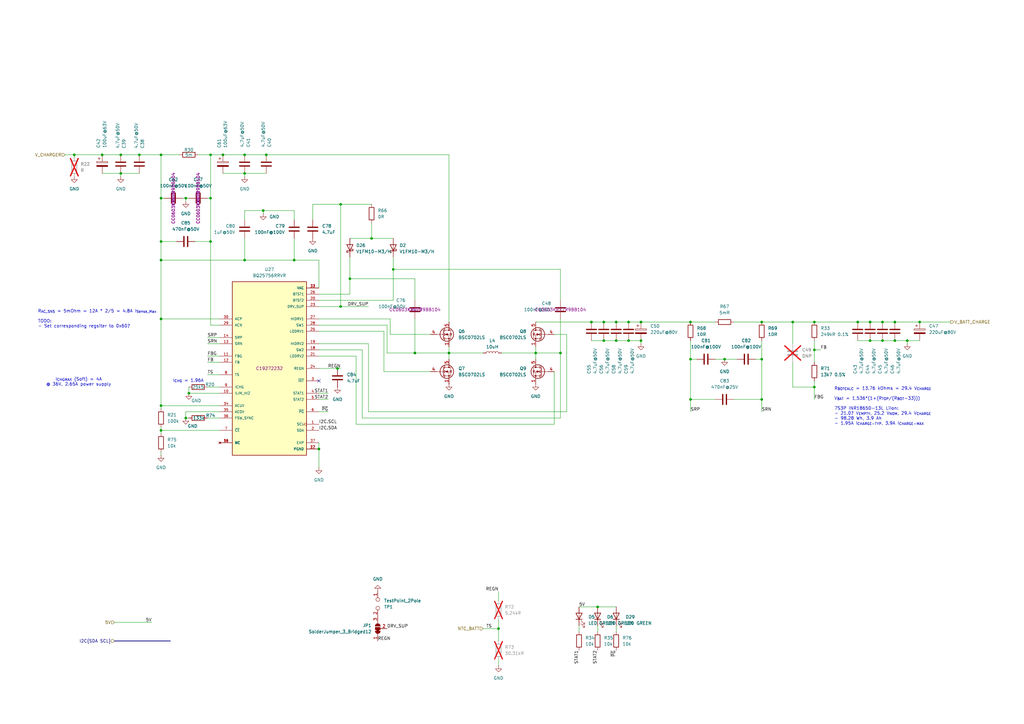
<source format=kicad_sch>
(kicad_sch (version 20250114) (generator "eeschema") (generator_version "9.0")
  (paper "A3")
  (title_block (title "OpenMower SABO Mainboard for Series I & II") (date "2025-05-22") (rev "v0.2") (company "Apeheanger <joerg@ebeling.ws> for OpenMower") (comment 1 "This design is licensed under CC BY-NC 4.0"))
  (lib_symbols
    (symbol "Connector:TestPoint_2Pole" (pin_names (offset 0.762) (hide yes))
      (property "Reference" "TP" (at 0 1.524 0))
      (property "Value" "TestPoint_2Pole" (at 0 -1.778 0))
      (symbol "TestPoint_2Pole_0_1"
        (circle (center -1.778 0) (radius 0.762))
        (circle (center 1.778 0) (radius 0.762))
        (pin passive line (at -5.08 0 0) (length 2.54) (name "1") (number "1"))
        (pin passive line (at 5.08 0 180) (length 2.54) (name "2") (number "2"))
      )
    )
    (symbol "Device:C" (pin_numbers (hide yes)) (pin_names (offset 0.254))
      (property "Reference" "C" (at 0.635 2.54 0))
      (property "Value" "C" (at 0.635 -2.54 0))
      (symbol "C_0_1"
        (polyline (pts (xy -2.032 0.762) (xy 2.032 0.762)) (stroke (width 0.508)))
        (polyline (pts (xy -2.032 -0.762) (xy 2.032 -0.762)) (stroke (width 0.508)))
      )
      (symbol "C_1_1"
        (pin passive line (at 0 3.81 270) (length 2.794) (name "~") (number "1"))
        (pin passive line (at 0 -3.81 90) (length 2.794) (name "~") (number "2"))
      )
    )
    (symbol "Device:C_Polarized" (pin_numbers (hide yes)) (pin_names (offset 0.254))
      (property "Reference" "C" (at 0.635 2.54 0))
      (property "Value" "C_Polarized" (at 0.635 -2.54 0))
      (symbol "C_Polarized_0_1"
        (rectangle (start -2.286 0.508) (end 2.286 1.016))
        (polyline (pts (xy -1.778 2.286) (xy -0.762 2.286)))
        (polyline (pts (xy -1.27 2.794) (xy -1.27 1.778)))
        (rectangle (start 2.286 -0.508) (end -2.286 -1.016) (fill (type outline)))
      )
      (symbol "C_Polarized_1_1"
        (pin passive line (at 0 3.81 270) (length 2.794) (name "~") (number "1"))
        (pin passive line (at 0 -3.81 90) (length 2.794) (name "~") (number "2"))
      )
    )
    (symbol "Device:D_Schottky" (pin_numbers (hide yes)) (pin_names (offset 1.016) (hide yes))
      (property "Reference" "D" (at 0 2.54 0))
      (property "Value" "D_Schottky" (at 0 -2.54 0))
      (symbol "D_Schottky_0_1"
        (polyline (pts (xy -1.905 0.635) (xy -1.905 1.27) (xy -1.27 1.27) (xy -1.27 -1.27) (xy -0.635 -1.27) (xy -0.635 -0.635)) (stroke (width 0.254)))
        (polyline (pts (xy 1.27 1.27) (xy 1.27 -1.27) (xy -1.27 0) (xy 1.27 1.27)) (stroke (width 0.254)))
        (polyline (pts (xy 1.27 0) (xy -1.27 0)))
      )
      (symbol "D_Schottky_1_1"
        (pin passive line (at -3.81 0 0) (length 2.54) (name "K") (number "1"))
        (pin passive line (at 3.81 0 180) (length 2.54) (name "A") (number "2"))
      )
    )
    (symbol "Device:L" (pin_numbers (hide yes)) (pin_names (offset 1.016) (hide yes))
      (property "Reference" "L" (at -1.27 0 90))
      (property "Value" "L" (at 1.905 0 90))
      (symbol "L_0_1"
        (arc (start 0 2.54) (mid 0.6323 1.905) (end 0 1.27))
        (arc (start 0 1.27) (mid 0.6323 0.635) (end 0 0))
        (arc (start 0 0) (mid 0.6323 -0.635) (end 0 -1.27))
        (arc (start 0 -1.27) (mid 0.6323 -1.905) (end 0 -2.54))
      )
      (symbol "L_1_1"
        (pin passive line (at 0 3.81 270) (length 1.27) (name "1") (number "1"))
        (pin passive line (at 0 -3.81 90) (length 1.27) (name "2") (number "2"))
      )
    )
    (symbol "Device:LED" (pin_numbers (hide yes)) (pin_names (offset 1.016) (hide yes))
      (property "Reference" "D" (at 0 2.54 0))
      (property "Value" "LED" (at 0 -2.54 0))
      (symbol "LED_0_1"
        (polyline (pts (xy -3.048 -0.762) (xy -4.572 -2.286) (xy -3.81 -2.286) (xy -4.572 -2.286) (xy -4.572 -1.524)))
        (polyline (pts (xy -1.778 -0.762) (xy -3.302 -2.286) (xy -2.54 -2.286) (xy -3.302 -2.286) (xy -3.302 -1.524)))
        (polyline (pts (xy -1.27 0) (xy 1.27 0)))
        (polyline (pts (xy -1.27 -1.27) (xy -1.27 1.27)) (stroke (width 0.254)))
        (polyline (pts (xy 1.27 -1.27) (xy 1.27 1.27) (xy -1.27 0) (xy 1.27 -1.27)) (stroke (width 0.254)))
      )
      (symbol "LED_1_1"
        (pin passive line (at -3.81 0 0) (length 2.54) (name "K") (number "1"))
        (pin passive line (at 3.81 0 180) (length 2.54) (name "A") (number "2"))
      )
    )
    (symbol "Device:R" (pin_numbers (hide yes)) (pin_names (offset 0))
      (property "Reference" "R" (at 2.032 0 90))
      (property "Value" "R" (at 0 0 90))
      (symbol "R_0_1"
        (rectangle (start -1.016 -2.54) (end 1.016 2.54) (stroke (width 0.254)))
      )
      (symbol "R_1_1"
        (pin passive line (at 0 3.81 270) (length 1.27) (name "~") (number "1"))
        (pin passive line (at 0 -3.81 90) (length 1.27) (name "~") (number "2"))
      )
    )
    (symbol "Jumper:SolderJumper_3_Bridged12" (pin_names (offset 0) (hide yes)) (exclude_from_sim yes) (in_bom no)
      (property "Reference" "JP" (at -2.54 -2.54 0))
      (property "Value" "SolderJumper_3_Bridged12" (at 0 2.794 0))
      (symbol "SolderJumper_3_Bridged12_0_1"
        (polyline (pts (xy -2.54 0) (xy -2.032 0)))
        (polyline (pts (xy -1.016 1.016) (xy -1.016 -1.016)))
        (rectangle (start -1.016 0.508) (end -0.508 -0.508) (fill (type outline)))
        (arc (start -1.016 -1.016) (mid -2.0276 0) (end -1.016 1.016))
        (arc (start -1.016 -1.016) (mid -2.0276 0) (end -1.016 1.016) (fill (type outline)))
        (rectangle (start -0.508 1.016) (end 0.508 -1.016) (fill (type outline)))
        (polyline (pts (xy 0 -1.27) (xy 0 -1.016)))
        (arc (start 1.016 1.016) (mid 2.0276 0) (end 1.016 -1.016))
        (arc (start 1.016 1.016) (mid 2.0276 0) (end 1.016 -1.016) (fill (type outline)))
        (polyline (pts (xy 1.016 1.016) (xy 1.016 -1.016)))
        (polyline (pts (xy 2.54 0) (xy 2.032 0)))
      )
      (symbol "SolderJumper_3_Bridged12_1_1"
        (pin passive line (at -5.08 0 0) (length 2.54) (name "A") (number "1"))
        (pin passive line (at 0 -3.81 90) (length 2.54) (name "C") (number "2"))
        (pin passive line (at 5.08 0 180) (length 2.54) (name "B") (number "3"))
      )
    )
    (symbol "LED_1" (pin_numbers (hide yes)) (pin_names (offset 1.016) (hide yes))
      (property "Reference" "D" (at 0 2.54 0))
      (property "Value" "LED" (at 0 -2.54 0))
      (symbol "LED_1_0_1"
        (polyline (pts (xy -3.048 -0.762) (xy -4.572 -2.286) (xy -3.81 -2.286) (xy -4.572 -2.286) (xy -4.572 -1.524)))
        (polyline (pts (xy -1.778 -0.762) (xy -3.302 -2.286) (xy -2.54 -2.286) (xy -3.302 -2.286) (xy -3.302 -1.524)))
        (polyline (pts (xy -1.27 0) (xy 1.27 0)))
        (polyline (pts (xy -1.27 -1.27) (xy -1.27 1.27)) (stroke (width 0.254)))
        (polyline (pts (xy 1.27 -1.27) (xy 1.27 1.27) (xy -1.27 0) (xy 1.27 -1.27)) (stroke (width 0.254)))
      )
      (symbol "LED_1_1_1"
        (pin passive line (at -3.81 0 0) (length 2.54) (name "K") (number "1"))
        (pin passive line (at 3.81 0 180) (length 2.54) (name "A") (number "2"))
      )
    )
    (symbol "Transistor_FET:BSC070N10NS3G" (pin_names (hide yes))
      (property "Reference" "Q" (at 5.08 1.905 0))
      (property "Value" "BSC070N10NS3G" (at 5.08 0 0))
      (symbol "BSC070N10NS3G_0_1"
        (polyline (pts (xy 0.254 1.905) (xy 0.254 -1.905)) (stroke (width 0.254)))
        (polyline (pts (xy 0.254 0) (xy -2.54 0)))
        (polyline (pts (xy 0.762 2.286) (xy 0.762 1.27)) (stroke (width 0.254)))
        (polyline (pts (xy 0.762 0.508) (xy 0.762 -0.508)) (stroke (width 0.254)))
        (polyline (pts (xy 0.762 -1.27) (xy 0.762 -2.286)) (stroke (width 0.254)))
        (polyline (pts (xy 0.762 -1.778) (xy 3.302 -1.778) (xy 3.302 1.778) (xy 0.762 1.778)))
        (polyline (pts (xy 1.016 0) (xy 2.032 0.381) (xy 2.032 -0.381) (xy 1.016 0)) (fill (type outline)))
        (circle (center 1.651 0) (radius 2.794) (stroke (width 0.254)))
        (polyline (pts (xy 2.54 2.54) (xy 2.54 1.778)))
        (circle (center 2.54 1.778) (radius 0.254) (fill (type outline)))
        (circle (center 2.54 -1.778) (radius 0.254) (fill (type outline)))
        (polyline (pts (xy 2.54 -2.54) (xy 2.54 0) (xy 0.762 0)))
        (polyline (pts (xy 2.794 0.508) (xy 2.921 0.381) (xy 3.683 0.381) (xy 3.81 0.254)))
        (polyline (pts (xy 3.302 0.381) (xy 2.921 -0.254) (xy 3.683 -0.254) (xy 3.302 0.381)))
      )
      (symbol "BSC070N10NS3G_1_1"
        (pin passive line (at -5.08 0 0) (length 2.54) (name "G") (number "4"))
        (pin passive line (at 2.54 5.08 270) (length 2.54) (name "D") (number "5"))
        (pin passive line (at 2.54 -5.08 90) (length 2.54) (name "S") (number "1"))
        (pin passive line (at 2.54 -5.08 90) (length 2.54) (hide yes) (name "S") (number "2"))
        (pin passive line (at 2.54 -5.08 90) (length 2.54) (hide yes) (name "S") (number "3"))
      )
    )
    (symbol "local_CHARGER:BQ25756RRVR" (pin_names (offset 1.016))
      (property "Reference" "U" (at -15.24 36.322 0))
      (property "Value" "BQ25756RRVR" (at -15.24 -38.1 0))
      (symbol "BQ25756RRVR_0_0"
        (rectangle (start -15.24 -35.56) (end 15.24 35.56) (stroke (width 0.254)) (fill (type background)))
        (pin input line (at -20.32 20.32 0) (length 5.08) (name "ACP") (number "30"))
        (pin input line (at -20.32 17.78 0) (length 5.08) (name "ACN") (number "29"))
        (pin input line (at -20.32 12.7 0) (length 5.08) (name "SRP") (number "14"))
        (pin input line (at -20.32 10.16 0) (length 5.08) (name "SRN") (number "13"))
        (pin input line (at -20.32 5.08 0) (length 5.08) (name "FBG") (number "11"))
        (pin input line (at -20.32 2.54 0) (length 5.08) (name "FB") (number "12"))
        (pin input line (at -20.32 -2.54 0) (length 5.08) (name "TS") (number "8"))
        (pin input line (at -20.32 -7.62 0) (length 5.08) (name "ICHG") (number "9"))
        (pin input line (at -20.32 -10.16 0) (length 5.08) (name "ILIM_HIZ") (number "10"))
        (pin input line (at -20.32 -15.24 0) (length 5.08) (name "ACUV") (number "34"))
        (pin input line (at -20.32 -17.78 0) (length 5.08) (name "ACOV") (number "35"))
        (pin input line (at -20.32 -20.32 0) (length 5.08) (name "FSW_SYNC") (number "36"))
        (pin bidirectional line (at -20.32 -25.4 0) (length 5.08) (name "~{CE}") (number "7"))
        (pin no_connect line (at -20.32 -30.48 0) (length 5.08) (name "NC") (number "15"))
        (pin no_connect line (at -20.32 -30.48 0) (length 5.08) (name "NC") (number "16"))
        (pin no_connect line (at -20.32 -30.48 0) (length 5.08) (name "NC") (number "31"))
        (pin power_in line (at 20.32 33.02 180) (length 5.08) (name "VAC") (number "32"))
        (pin power_in line (at 20.32 33.02 180) (length 5.08) (name "VAC") (number "33"))
        (pin power_in line (at 20.32 30.48 180) (length 5.08) (name "BTST1") (number "26"))
        (pin power_in line (at 20.32 27.94 180) (length 5.08) (name "BTST2") (number "20"))
        (pin power_in line (at 20.32 25.4 180) (length 5.08) (name "DRV_SUP") (number "23"))
        (pin output line (at 20.32 20.32 180) (length 5.08) (name "HIDRV1") (number "27"))
        (pin output line (at 20.32 17.78 180) (length 5.08) (name "SW1") (number "28"))
        (pin output line (at 20.32 15.24 180) (length 5.08) (name "LODRV1") (number "25"))
        (pin output line (at 20.32 10.16 180) (length 5.08) (name "HIDRV2") (number "19"))
        (pin output line (at 20.32 7.62 180) (length 5.08) (name "SW2") (number "18"))
        (pin output line (at 20.32 5.08 180) (length 5.08) (name "LODRV2") (number "21"))
        (pin output line (at 20.32 0 180) (length 5.08) (name "REGN") (number "24"))
        (pin output line (at 20.32 -5.08 180) (length 5.08) (name "~{INT}") (number "3"))
        (pin output line (at 20.32 -10.16 180) (length 5.08) (name "STAT1") (number "4"))
        (pin output line (at 20.32 -12.7 180) (length 5.08) (name "STAT2") (number "5"))
        (pin output line (at 20.32 -17.78 180) (length 5.08) (name "~{PG}") (number "6"))
        (pin input clock (at 20.32 -22.86 180) (length 5.08) (name "SCL") (number "1"))
        (pin bidirectional line (at 20.32 -25.4 180) (length 5.08) (name "SDA") (number "2"))
        (pin power_in line (at 20.32 -30.48 180) (length 5.08) (name "EXP") (number "37"))
        (pin power_in line (at 20.32 -33.02 180) (length 5.08) (name "PGND") (number "17"))
        (pin power_in line (at 20.32 -33.02 180) (length 5.08) (name "PGND") (number "22"))
      )
    )
    (symbol "power:GND" (power) (pin_numbers (hide yes)) (pin_names (offset 0) (hide yes))
      (property "Value" "GND" (at 0 -3.81 0))
      (symbol "GND_0_1"
        (polyline (pts (xy 0 0) (xy 0 -1.27) (xy 1.27 -1.27) (xy 0 -2.54) (xy -1.27 -1.27) (xy 0 -1.27)))
      )
      (symbol "GND_1_1"
        (pin power_in line (at 0 0 270) (length 0) (name "~") (number "1"))
      )
    )
  )
  (text "I_{CHG}_{MAX} (Soft) = 4A\n@ 36V, 2.65A power supply" (at 32.258 156.718 0) (effects (font (size 1.27 1.27))))
  (text "I_{CHG} = 1.96A" (at 77.216 156.21 0) (effects (font (size 1.27 1.27))))
  (text "R_{BOTCALC} = 13.76 kOhms = 29.4 V_{CHARGE}\n\nV_{BAT} = 1,536*(1+(R_{TOP}/(R_{BOT}-33)))\n\n7S3P INR18650-13L LiIon:\n- 21.0? V_{EMPTY}, 25.2 V_{NOM}, 29.4 V_{CHARGE}\n- 98.28 Wh, 3.9 Ah\n- 1.95A I_{CHARGE-TYP}, 3.9A I_{CHARGE-MAX}" (at 342.138 166.624 0) (effects (font (size 1.27 1.27)) (justify left)))
  (text "R_{AC_SNS} = 5mOhm = 12A * 2/5 = 4.8A I_{Sense_Max}\n\nTODO:\n- Set corresponding regsiter to 0x60?" (at 15.494 130.81 0) (effects (font (size 1.27 1.27)) (justify left)))
  (junction (at 257.81 139.7))
  (junction (at 356.87 132.08))
  (junction (at 77.47 161.29))
  (junction (at 109.22 63.5))
  (junction (at 86.36 63.5))
  (junction (at 247.65 132.08))
  (junction (at 100.33 63.5))
  (junction (at 361.95 132.08))
  (junction (at 283.21 132.08))
  (junction (at 152.4 97.79))
  (junction (at 49.53 71.12))
  (junction (at 247.65 139.7))
  (junction (at 107.95 86.36))
  (junction (at 161.29 110.49))
  (junction (at 138.43 151.13))
  (junction (at 204.47 257.81))
  (junction (at 139.7 125.73))
  (junction (at 297.18 147.32))
  (junction (at 351.79 132.08))
  (junction (at 120.65 106.68))
  (junction (at 361.95 139.7))
  (junction (at 66.04 130.81))
  (junction (at 49.53 63.5))
  (junction (at 66.04 106.68))
  (junction (at 86.36 99.06))
  (junction (at 252.73 132.08))
  (junction (at 257.81 132.08))
  (junction (at 334.01 143.51))
  (junction (at 245.11 248.92))
  (junction (at 91.44 63.5))
  (junction (at 130.81 184.15))
  (junction (at 367.03 132.08))
  (junction (at 100.33 71.12))
  (junction (at 334.01 132.08))
  (junction (at 30.48 63.5))
  (junction (at 312.42 147.32))
  (junction (at 143.51 114.3))
  (junction (at 41.91 63.5))
  (junction (at 76.2 81.28))
  (junction (at 252.73 139.7))
  (junction (at 372.11 139.7))
  (junction (at 66.04 63.5))
  (junction (at 170.18 144.78))
  (junction (at 356.87 139.7))
  (junction (at 377.19 132.08))
  (junction (at 229.87 144.78))
  (junction (at 312.42 163.83))
  (junction (at 66.04 81.28))
  (junction (at 184.15 144.78))
  (junction (at 334.01 158.75))
  (junction (at 312.42 132.08))
  (junction (at 219.71 144.78))
  (junction (at 262.89 139.7))
  (junction (at 100.33 106.68))
  (junction (at 325.12 132.08))
  (junction (at 76.2 171.45))
  (junction (at 139.7 83.82))
  (junction (at 66.04 166.37))
  (junction (at 57.15 63.5))
  (junction (at 283.21 163.83))
  (junction (at 242.57 132.08))
  (junction (at 262.89 132.08))
  (junction (at 86.36 81.28))
  (junction (at 66.04 176.53))
  (junction (at 66.04 99.06))
  (junction (at 283.21 147.32))
  (junction (at 367.03 139.7))
  (no_connect (at 130.81 156.21))
  (wire (pts (xy 334.01 143.51) (xy 334.01 148.59)))
  (wire (pts (xy 242.57 132.08) (xy 247.65 132.08)))
  (wire (pts (xy 312.42 147.32) (xy 312.42 139.7)))
  (wire (pts (xy 91.44 63.5) (xy 100.33 63.5)))
  (wire (pts (xy 30.48 63.5) (xy 30.48 64.77)))
  (wire (pts (xy 232.41 168.91) (xy 232.41 137.16)))
  (wire (pts (xy 130.81 168.91) (xy 134.62 168.91)))
  (wire (pts (xy 143.51 97.79) (xy 152.4 97.79)))
  (wire (pts (xy 229.87 171.45) (xy 229.87 144.78)))
  (wire (pts (xy 130.81 106.68) (xy 130.81 118.11)))
  (wire (pts (xy 107.95 86.36) (xy 120.65 86.36)))
  (wire (pts (xy 356.87 139.7) (xy 361.95 139.7)))
  (wire (pts (xy 66.04 81.28) (xy 66.04 99.06)))
  (wire (pts (xy 66.04 99.06) (xy 72.39 99.06)))
  (wire (pts (xy 300.99 163.83) (xy 312.42 163.83)))
  (wire (pts (xy 227.33 152.4) (xy 227.33 173.99)))
  (wire (pts (xy 252.73 132.08) (xy 257.81 132.08)))
  (wire (pts (xy 146.05 146.05) (xy 130.81 146.05)))
  (wire (pts (xy 204.47 257.81) (xy 204.47 262.89)))
  (wire (pts (xy 229.87 144.78) (xy 219.71 144.78)))
  (wire (pts (xy 100.33 72.39) (xy 100.33 71.12)))
  (wire (pts (xy 66.04 176.53) (xy 90.17 176.53)))
  (wire (pts (xy 325.12 132.08) (xy 325.12 140.97)))
  (wire (pts (xy 107.95 86.36) (xy 107.95 87.63)))
  (wire (pts (xy 85.09 153.67) (xy 90.17 153.67)))
  (wire (pts (xy 66.04 63.5) (xy 73.66 63.5)))
  (wire (pts (xy 80.01 99.06) (xy 86.36 99.06)))
  (wire (pts (xy 26.67 63.5) (xy 30.48 63.5)))
  (wire (pts (xy 372.11 139.7) (xy 377.19 139.7)))
  (wire (pts (xy 49.53 71.12) (xy 57.15 71.12)))
  (wire (pts (xy 76.2 168.91) (xy 76.2 171.45)))
  (wire (pts (xy 130.81 130.81) (xy 160.02 130.81)))
  (bus (pts (xy 46.99 262.89) (xy 69.85 262.89)))
  (wire (pts (xy 100.33 86.36) (xy 107.95 86.36)))
  (wire (pts (xy 229.87 123.19) (xy 229.87 110.49)))
  (wire (pts (xy 184.15 144.78) (xy 184.15 147.32)))
  (wire (pts (xy 237.49 256.54) (xy 237.49 259.08)))
  (wire (pts (xy 293.37 163.83) (xy 283.21 163.83)))
  (wire (pts (xy 170.18 114.3) (xy 143.51 114.3)))
  (wire (pts (xy 157.48 135.89) (xy 157.48 152.4)))
  (wire (pts (xy 205.74 144.78) (xy 219.71 144.78)))
  (wire (pts (xy 204.47 242.57) (xy 204.47 246.38)))
  (wire (pts (xy 334.01 156.21) (xy 334.01 158.75)))
  (wire (pts (xy 170.18 144.78) (xy 184.15 144.78)))
  (wire (pts (xy 283.21 163.83) (xy 283.21 147.32)))
  (wire (pts (xy 130.81 133.35) (xy 158.75 133.35)))
  (wire (pts (xy 130.81 163.83) (xy 134.62 163.83)))
  (wire (pts (xy 336.55 143.51) (xy 334.01 143.51)))
  (wire (pts (xy 157.48 152.4) (xy 176.53 152.4)))
  (wire (pts (xy 229.87 110.49) (xy 161.29 110.49)))
  (wire (pts (xy 85.09 140.97) (xy 90.17 140.97)))
  (wire (pts (xy 130.81 161.29) (xy 134.62 161.29)))
  (wire (pts (xy 334.01 139.7) (xy 334.01 143.51)))
  (wire (pts (xy 86.36 133.35) (xy 86.36 99.06)))
  (wire (pts (xy 198.12 257.81) (xy 204.47 257.81)))
  (wire (pts (xy 74.93 81.28) (xy 76.2 81.28)))
  (wire (pts (xy 91.44 71.12) (xy 100.33 71.12)))
  (wire (pts (xy 300.99 132.08) (xy 312.42 132.08)))
  (wire (pts (xy 351.79 139.7) (xy 356.87 139.7)))
  (wire (pts (xy 86.36 63.5) (xy 91.44 63.5)))
  (wire (pts (xy 100.33 106.68) (xy 120.65 106.68)))
  (wire (pts (xy 66.04 106.68) (xy 66.04 130.81)))
  (wire (pts (xy 158.75 133.35) (xy 158.75 144.78)))
  (wire (pts (xy 204.47 273.05) (xy 204.47 270.51)))
  (wire (pts (xy 158.75 144.78) (xy 170.18 144.78)))
  (wire (pts (xy 76.2 171.45) (xy 77.47 171.45)))
  (wire (pts (xy 62.23 255.27) (xy 46.99 255.27)))
  (wire (pts (xy 86.36 99.06) (xy 86.36 81.28)))
  (wire (pts (xy 128.27 83.82) (xy 139.7 83.82)))
  (wire (pts (xy 245.11 256.54) (xy 245.11 259.08)))
  (wire (pts (xy 367.03 132.08) (xy 377.19 132.08)))
  (wire (pts (xy 100.33 63.5) (xy 109.22 63.5)))
  (wire (pts (xy 66.04 81.28) (xy 67.31 81.28)))
  (wire (pts (xy 100.33 97.79) (xy 100.33 106.68)))
  (wire (pts (xy 139.7 125.73) (xy 151.13 125.73)))
  (wire (pts (xy 130.81 143.51) (xy 148.59 143.51)))
  (wire (pts (xy 219.71 132.08) (xy 242.57 132.08)))
  (wire (pts (xy 66.04 99.06) (xy 66.04 106.68)))
  (wire (pts (xy 120.65 86.36) (xy 120.65 90.17)))
  (wire (pts (xy 130.81 184.15) (xy 130.81 191.77)))
  (wire (pts (xy 152.4 91.44) (xy 152.4 97.79)))
  (wire (pts (xy 143.51 120.65) (xy 130.81 120.65)))
  (wire (pts (xy 257.81 139.7) (xy 262.89 139.7)))
  (wire (pts (xy 128.27 90.17) (xy 128.27 83.82)))
  (wire (pts (xy 66.04 63.5) (xy 66.04 81.28)))
  (wire (pts (xy 237.49 248.92) (xy 245.11 248.92)))
  (wire (pts (xy 90.17 133.35) (xy 86.36 133.35)))
  (wire (pts (xy 139.7 125.73) (xy 139.7 83.82)))
  (wire (pts (xy 143.51 114.3) (xy 143.51 120.65)))
  (wire (pts (xy 227.33 173.99) (xy 146.05 173.99)))
  (wire (pts (xy 143.51 105.41) (xy 143.51 114.3)))
  (wire (pts (xy 66.04 167.64) (xy 66.04 166.37)))
  (wire (pts (xy 252.73 139.7) (xy 257.81 139.7)))
  (wire (pts (xy 85.09 146.05) (xy 90.17 146.05)))
  (wire (pts (xy 247.65 139.7) (xy 252.73 139.7)))
  (wire (pts (xy 85.09 81.28) (xy 86.36 81.28)))
  (wire (pts (xy 283.21 132.08) (xy 293.37 132.08)))
  (wire (pts (xy 66.04 130.81) (xy 90.17 130.81)))
  (wire (pts (xy 257.81 132.08) (xy 262.89 132.08)))
  (wire (pts (xy 312.42 132.08) (xy 325.12 132.08)))
  (wire (pts (xy 325.12 132.08) (xy 334.01 132.08)))
  (wire (pts (xy 252.73 256.54) (xy 252.73 259.08)))
  (wire (pts (xy 312.42 163.83) (xy 312.42 168.91)))
  (wire (pts (xy 77.47 161.29) (xy 90.17 161.29)))
  (wire (pts (xy 100.33 71.12) (xy 109.22 71.12)))
  (wire (pts (xy 361.95 139.7) (xy 367.03 139.7)))
  (wire (pts (xy 219.71 142.24) (xy 219.71 144.78)))
  (wire (pts (xy 109.22 63.5) (xy 184.15 63.5)))
  (wire (pts (xy 160.02 137.16) (xy 176.53 137.16)))
  (wire (pts (xy 262.89 139.7) (xy 262.89 140.97)))
  (wire (pts (xy 120.65 106.68) (xy 120.65 97.79)))
  (wire (pts (xy 219.71 144.78) (xy 219.71 147.32)))
  (wire (pts (xy 130.81 106.68) (xy 120.65 106.68)))
  (wire (pts (xy 309.88 147.32) (xy 312.42 147.32)))
  (wire (pts (xy 30.48 63.5) (xy 41.91 63.5)))
  (wire (pts (xy 325.12 158.75) (xy 334.01 158.75)))
  (wire (pts (xy 138.43 151.13) (xy 139.7 151.13)))
  (wire (pts (xy 377.19 132.08) (xy 389.89 132.08)))
  (wire (pts (xy 170.18 130.81) (xy 170.18 144.78)))
  (wire (pts (xy 49.53 63.5) (xy 57.15 63.5)))
  (wire (pts (xy 161.29 110.49) (xy 161.29 105.41)))
  (wire (pts (xy 76.2 81.28) (xy 76.2 82.55)))
  (wire (pts (xy 41.91 71.12) (xy 49.53 71.12)))
  (wire (pts (xy 184.15 132.08) (xy 184.15 63.5)))
  (wire (pts (xy 86.36 81.28) (xy 86.36 63.5)))
  (wire (pts (xy 325.12 148.59) (xy 325.12 158.75)))
  (wire (pts (xy 356.87 132.08) (xy 361.95 132.08)))
  (wire (pts (xy 130.81 181.61) (xy 130.81 184.15)))
  (wire (pts (xy 57.15 63.5) (xy 66.04 63.5)))
  (wire (pts (xy 130.81 140.97) (xy 151.13 140.97)))
  (wire (pts (xy 170.18 123.19) (xy 170.18 114.3)))
  (wire (pts (xy 151.13 140.97) (xy 151.13 168.91)))
  (wire (pts (xy 247.65 132.08) (xy 252.73 132.08)))
  (wire (pts (xy 130.81 123.19) (xy 161.29 123.19)))
  (wire (pts (xy 66.04 175.26) (xy 66.04 176.53)))
  (wire (pts (xy 245.11 248.92) (xy 252.73 248.92)))
  (wire (pts (xy 184.15 144.78) (xy 198.12 144.78)))
  (wire (pts (xy 184.15 142.24) (xy 184.15 144.78)))
  (wire (pts (xy 66.04 166.37) (xy 90.17 166.37)))
  (wire (pts (xy 160.02 130.81) (xy 160.02 137.16)))
  (wire (pts (xy 367.03 139.7) (xy 372.11 139.7)))
  (wire (pts (xy 130.81 125.73) (xy 139.7 125.73)))
  (wire (pts (xy 361.95 132.08) (xy 367.03 132.08)))
  (wire (pts (xy 90.17 168.91) (xy 76.2 168.91)))
  (wire (pts (xy 66.04 106.68) (xy 100.33 106.68)))
  (wire (pts (xy 66.04 130.81) (xy 66.04 166.37)))
  (wire (pts (xy 242.57 139.7) (xy 247.65 139.7)))
  (wire (pts (xy 85.09 171.45) (xy 90.17 171.45)))
  (wire (pts (xy 161.29 123.19) (xy 161.29 110.49)))
  (wire (pts (xy 130.81 135.89) (xy 157.48 135.89)))
  (wire (pts (xy 204.47 254) (xy 204.47 257.81)))
  (wire (pts (xy 148.59 143.51) (xy 148.59 171.45)))
  (wire (pts (xy 152.4 97.79) (xy 161.29 97.79)))
  (wire (pts (xy 148.59 171.45) (xy 229.87 171.45)))
  (wire (pts (xy 151.13 168.91) (xy 232.41 168.91)))
  (wire (pts (xy 66.04 176.53) (xy 66.04 177.8)))
  (wire (pts (xy 334.01 132.08) (xy 351.79 132.08)))
  (wire (pts (xy 41.91 63.5) (xy 49.53 63.5)))
  (wire (pts (xy 85.09 158.75) (xy 90.17 158.75)))
  (wire (pts (xy 297.18 147.32) (xy 293.37 147.32)))
  (wire (pts (xy 85.09 138.43) (xy 90.17 138.43)))
  (wire (pts (xy 85.09 148.59) (xy 90.17 148.59)))
  (wire (pts (xy 130.81 151.13) (xy 138.43 151.13)))
  (wire (pts (xy 312.42 163.83) (xy 312.42 147.32)))
  (wire (pts (xy 334.01 158.75) (xy 334.01 163.83)))
  (wire (pts (xy 232.41 137.16) (xy 227.33 137.16)))
  (wire (pts (xy 372.11 139.7) (xy 372.11 140.97)))
  (wire (pts (xy 77.47 161.29) (xy 77.47 158.75)))
  (wire (pts (xy 139.7 83.82) (xy 152.4 83.82)))
  (wire (pts (xy 146.05 173.99) (xy 146.05 146.05)))
  (wire (pts (xy 76.2 81.28) (xy 77.47 81.28)))
  (wire (pts (xy 66.04 185.42) (xy 66.04 186.69)))
  (wire (pts (xy 262.89 132.08) (xy 283.21 132.08)))
  (wire (pts (xy 81.28 63.5) (xy 86.36 63.5)))
  (wire (pts (xy 285.75 147.32) (xy 283.21 147.32)))
  (wire (pts (xy 229.87 130.81) (xy 229.87 144.78)))
  (wire (pts (xy 100.33 90.17) (xy 100.33 86.36)))
  (wire (pts (xy 302.26 147.32) (xy 297.18 147.32)))
  (wire (pts (xy 351.79 132.08) (xy 356.87 132.08)))
  (wire (pts (xy 283.21 163.83) (xy 283.21 168.91)))
  (wire (pts (xy 49.53 71.12) (xy 49.53 72.39)))
  (wire (pts (xy 283.21 147.32) (xy 283.21 139.7)))
  (label "TS" (at 85.09 153.67 0))
  (label "REGN" (at 154.94 262.89 0))
  (label "SRP" (at 85.09 138.43 0))
  (label "STAT1" (at 134.62 161.29 180))
  (label "5V" (at 62.23 255.27 180))
  (label "REGN" (at 139.7 151.13 180))
  (label "FB" (at 85.09 148.59 0))
  (label "SRP" (at 283.21 168.91 0))
  (label "DRV_SUP" (at 151.13 125.73 180))
  (label "TS" (at 199.39 257.81 0))
  (label "5V" (at 237.49 248.92 0))
  (label "I2C.SDA" (at 130.81 176.53 0))
  (label "SRN" (at 85.09 140.97 0))
  (label "STAT2" (at 134.62 163.83 180))
  (label "~{PG}" (at 252.73 266.7 270))
  (label "STAT2" (at 245.11 266.7 270))
  (label "~{PG}" (at 134.62 168.91 180))
  (label "FB" (at 336.55 143.51 0))
  (label "STAT1" (at 237.49 266.7 270))
  (label "I2C.SCL" (at 130.81 173.99 0))
  (label "DRV_SUP" (at 158.75 257.81 0))
  (label "FBG" (at 334.01 163.83 0))
  (label "REGN" (at 204.47 242.57 180))
  (label "FBG" (at 85.09 146.05 0))
  (label "SRN" (at 312.42 168.91 0))
  (hierarchical_label "5V" (shape input) (at 46.99 255.27 180))
  (hierarchical_label "V_BATT_CHARGE" (shape output) (at 389.89 132.08 0))
  (hierarchical_label "NTC_BATT" (shape input) (at 198.12 257.81 180))
  (hierarchical_label "I2C{SDA SCL}" (shape input) (at 46.99 262.89 180))
  (hierarchical_label "V_CHARGER" (shape input) (at 26.67 63.5 180))
  (symbol (lib_id "local_CHARGER:BQ25756RRVR") (at 110.49 151.13 0) (unit 1)
    (property "Reference" "U27" (at 110.49 110.49 0))
    (property "Value" "BQ25756RRVR" (at 110.49 113.03 0))
    (property "Footprint" "local_CHARGER:BQ25756RRVR" (effects (hide yes)))
    (property "Datasheet" "https://www.ti.com/lit/ds/symlink/bq25756.pdf" (effects (hide yes)))
    (property "MF" "Texas Instruments" (effects (hide yes)))
    (property "MP" "BQ25756RRVR" (effects (hide yes)))
    (property "FT Rotation Offset" "-90" (effects (hide yes)))
    (property "LCSC Part #" "C19272232" (at 110.49 151.13 0))
  )
  (symbol (lib_id "Device:C") (at 289.56 147.32 270) (mirror x) (unit 1)
    (property "Reference" "C81" (at 289.56 139.7 90))
    (property "Value" "100nF@100V" (at 289.56 142.24 90))
    (property "Footprint" "Capacitor_SMD:C_0805_2012Metric" (effects (hide yes)))
    (property "Description" "Unpolarized capacitor" (effects (hide yes)))
    (property "JLC" "C28233" (effects (hide yes)))
  )
  (symbol (lib_id "Device:C") (at 297.18 163.83 90) (unit 1)
    (property "Reference" "C83" (at 297.18 156.21 90))
    (property "Value" "470nF@25V" (at 297.18 158.75 90))
    (property "Footprint" "Capacitor_SMD:C_0603_1608Metric" (effects (hide yes)))
    (property "Description" "Unpolarized capacitor" (effects (hide yes)))
    (property "JLC" "C1623" (effects (hide yes)))
  )
  (symbol (lib_id "Device:C") (at 356.87 135.89 0) (unit 1)
    (property "Reference" "C44" (at 355.854 153.416 90) (effects (justify left)))
    (property "Value" "4.7uF@50V" (at 358.394 153.416 90) (effects (justify left)))
    (property "Footprint" "Capacitor_SMD:C_1206_3216Metric" (effects (hide yes)))
    (property "Description" "Unpolarized capacitor" (effects (hide yes)))
    (property "JLC" "C29823" (effects (hide yes)))
  )
  (symbol (lib_id "Device:C") (at 306.07 147.32 270) (mirror x) (unit 1)
    (property "Reference" "C82" (at 306.07 139.7 90))
    (property "Value" "100nF@100V" (at 306.07 142.24 90))
    (property "Footprint" "Capacitor_SMD:C_0805_2012Metric" (effects (hide yes)))
    (property "Description" "Unpolarized capacitor" (effects (hide yes)))
    (property "JLC" "C28233" (effects (hide yes)))
  )
  (symbol (lib_id "Device:LED") (at 245.11 252.73 90) (unit 1)
    (property "Reference" "D6" (at 248.92 253.0474 90) (effects (justify right)))
    (property "Value" "LED GREEN" (at 248.92 255.5874 90) (effects (justify right)))
    (property "Footprint" "LED_SMD:LED_0805_2012Metric" (effects (hide yes)))
    (property "Description" "Light emitting diode" (effects (hide yes)))
    (property "JLC" "C2297" (effects (hide yes)))
    (property "Sim.Pins" "1=K 2=A" (effects (hide yes)))
  )
  (symbol (lib_name "LED_1") (lib_id "Device:LED") (at 252.73 252.73 90) (unit 1)
    (property "Reference" "D29" (at 256.54 253.0474 90) (effects (justify right)))
    (property "Value" "LED GREEN" (at 256.54 255.5874 90) (effects (justify right)))
    (property "Footprint" "LED_SMD:LED_0805_2012Metric" (effects (hide yes)))
    (property "Description" "Light emitting diode" (effects (hide yes)))
    (property "JLC" "C2297" (effects (hide yes)))
    (property "Sim.Pins" "1=K 2=A" (effects (hide yes)))
  )
  (symbol (lib_id "Device:C_Polarized") (at 262.89 135.89 0) (unit 1)
    (property "Reference" "C50" (at 266.7 133.7309 0) (effects (justify left)))
    (property "Value" "220uF@80V" (at 266.7 136.2709 0) (effects (justify left)))
    (property "Footprint" "Capacitor_THT:CP_Radial_D10.0mm_P5.00mm" (effects (hide yes)))
    (property "Description" "220uF 80V Plugin,D10xL16mm  Aluminum Electrolytic Capacitors - Leaded ROHS" (effects (hide yes)))
    (property "JLC" "C2937593 " (effects (hide yes)))
  )
  (symbol (lib_id "Device:R") (at 334.01 152.4 0) (unit 1)
    (property "Reference" "R71" (at 336.55 151.1299 0) (effects (justify left)))
    (property "Value" "13k7 0.5%" (at 336.55 153.6699 0) (effects (justify left)))
    (property "Footprint" "Resistor_SMD:R_0603_1608Metric" (effects (hide yes)))
    (property "Description" "100mW Thick Film Resistors 75V ±100ppm/℃ ±0.5% 13.7kΩ 0603 Chip Resistor" (effects (hide yes)))
    (property "PN" "0603WAD1372T5E" (effects (hide yes)))
    (property "JLC" "C407628" (effects (hide yes)))
  )
  (symbol (lib_id "power:GND") (at 76.2 171.45 0) (unit 1)
    (property "Reference" "#PWR0166" (effects (hide yes)))
    (property "Value" "GND" (at 78.994 174.752 0))
    (property "Description" "Power symbol creates a global label with name \"GND\" , ground" (effects (hide yes)))
  )
  (symbol (lib_id "power:GND") (at 204.47 273.05 0) (unit 1)
    (property "Reference" "#PWR0165" (effects (hide yes)))
    (property "Value" "GND" (at 204.47 278.13 0))
    (property "Description" "Power symbol creates a global label with name \"GND\" , ground" (effects (hide yes)))
  )
  (symbol (lib_id "Device:R") (at 252.73 262.89 0) (unit 1)
    (property "Reference" "R76" (at 255.27 261.6199 0) (effects (justify left)))
    (property "Value" "10k" (at 255.27 264.1599 0) (effects (justify left)))
    (property "Footprint" "Resistor_SMD:R_0402_1005Metric" (effects (hide yes)))
    (property "Description" "62.5mW Thick Film Resistors 50V ±100ppm/℃ ±1% 10kΩ 0402 Chip Resistor" (effects (hide yes)))
    (property "JLC" "C25744" (effects (hide yes)))
  )
  (symbol (lib_id "Device:C") (at 71.12 81.28 270) (mirror x) (unit 1)
    (property "Reference" "C62" (at 71.12 73.66 90))
    (property "Value" "100nF@50V" (at 71.12 76.2 90))
    (property "Footprint" "Capacitor_SMD:C_0603_1608Metric" (effects (hide yes)))
    (property "Description" "50V 100nF X7R ±10% 0603 Multilayer Ceramic Capacitors MLCC - SMD/SMT ROHS" (effects (hide yes)))
    (property "LCSC Part #" "C14663" (effects (hide yes)))
    (property "MPN" "CC0603KRX7R9BB104" (at 71.12 81.28 0))
    (property "Manufacturer" "YAGEO" (at 71.12 81.28 0))
  )
  (symbol (lib_id "power:GND") (at 66.04 186.69 0) (unit 1)
    (property "Reference" "#PWR0167" (effects (hide yes)))
    (property "Value" "GND" (at 66.04 191.77 0))
    (property "Description" "Power symbol creates a global label with name \"GND\" , ground" (effects (hide yes)))
  )
  (symbol (lib_id "Device:LED") (at 237.49 252.73 90) (unit 1)
    (property "Reference" "D5" (at 241.3 253.0474 90) (effects (justify right)))
    (property "Value" "LED GREEN" (at 241.3 255.5874 90) (effects (justify right)))
    (property "Footprint" "LED_SMD:LED_0805_2012Metric" (effects (hide yes)))
    (property "Description" "Light emitting diode" (effects (hide yes)))
    (property "JLC" "C2297" (effects (hide yes)))
    (property "Sim.Pins" "1=K 2=A" (effects (hide yes)))
  )
  (symbol (lib_id "power:GND") (at 100.33 72.39 0) (unit 1)
    (property "Reference" "#PWR01" (effects (hide yes)))
    (property "Value" "GND" (at 100.33 77.47 0))
    (property "Description" "Power symbol creates a global label with name \"GND\" , ground" (effects (hide yes)))
  )
  (symbol (lib_id "power:GND") (at 128.27 97.79 0) (unit 1)
    (property "Reference" "#PWR0158" (effects (hide yes)))
    (property "Value" "GND" (at 128.27 102.87 0))
    (property "Description" "Power symbol creates a global label with name \"GND\" , ground" (effects (hide yes)))
  )
  (symbol (lib_id "Device:R") (at 312.42 135.89 0) (unit 1)
    (property "Reference" "R69" (at 314.96 134.6199 0) (effects (justify left)))
    (property "Value" "10R" (at 314.96 137.1599 0) (effects (justify left)))
    (property "Footprint" "Resistor_SMD:R_0402_1005Metric" (effects (hide yes)))
    (property "Description" "Resistor" (effects (hide yes)))
    (property "JLC" "C25077" (effects (hide yes)))
  )
  (symbol (lib_id "Transistor_FET:BSC070N10NS3G") (at 181.61 152.4 0) (unit 1)
    (property "Reference" "Q7" (at 187.96 151.1299 0) (effects (justify left)))
    (property "Value" "BSC0702LS" (at 187.96 153.6699 0) (effects (justify left)))
    (property "Footprint" "Package_TO_SOT_SMD:TDSON-8-1" (effects (hide yes)))
    (property "JLC" "C501503" (effects (hide yes)))
  )
  (symbol (lib_id "power:GND") (at 77.47 161.29 0) (unit 1)
    (property "Reference" "#PWR053" (effects (hide yes)))
    (property "Value" "GND" (at 82.55 164.338 0) (effects (justify right)))
    (property "Description" "Power symbol creates a global label with name \"GND\" , ground" (effects (hide yes)))
  )
  (symbol (lib_id "Device:C") (at 229.87 127 0) (mirror x) (unit 1)
    (property "Reference" "C48" (at 226.06 124.4599 0) (effects (justify right)))
    (property "Value" "100nF@50V" (at 226.06 126.9999 0) (effects (justify right)))
    (property "Footprint" "Capacitor_SMD:C_0603_1608Metric" (effects (hide yes)))
    (property "Description" "50V 100nF X7R ±10% 0603 Multilayer Ceramic Capacitors MLCC - SMD/SMT ROHS" (effects (hide yes)))
    (property "Manufacturer" "YAGEO" (effects (hide yes)))
    (property "LCSC Part #" "C14663" (effects (hide yes)))
    (property "MPN" "CC0603KRX7R9BB104" (at 229.87 127 0))
  )
  (symbol (lib_id "power:GND") (at 30.48 72.39 0) (unit 1)
    (property "Reference" "#PWR052" (effects (hide yes)))
    (property "Value" "GND" (at 30.48 77.47 0))
    (property "Description" "Power symbol creates a global label with name \"GND\" , ground" (effects (hide yes)))
  )
  (symbol (lib_id "Device:C") (at 257.81 135.89 0) (unit 1)
    (property "Reference" "C59" (at 256.794 153.416 90) (effects (justify left)))
    (property "Value" "4.7uF@50V" (at 259.334 153.416 90) (effects (justify left)))
    (property "Footprint" "Capacitor_SMD:C_1206_3216Metric" (effects (hide yes)))
    (property "Description" "Unpolarized capacitor" (effects (hide yes)))
    (property "JLC" "C29823" (effects (hide yes)))
  )
  (symbol (lib_id "Device:C") (at 109.22 67.31 0) (unit 1)
    (property "Reference" "C40" (at 110.49 60.452 90) (effects (justify left)))
    (property "Value" "4.7uF@50V" (at 107.95 60.452 90) (effects (justify left)))
    (property "Footprint" "Capacitor_SMD:C_1206_3216Metric" (effects (hide yes)))
    (property "Description" "Unpolarized capacitor" (effects (hide yes)))
    (property "JLC" "C29823" (effects (hide yes)))
  )
  (symbol (lib_id "power:GND") (at 76.2 82.55 0) (unit 1)
    (property "Reference" "#PWR061" (effects (hide yes)))
    (property "Value" "GND" (at 76.2 87.63 0))
    (property "Description" "Power symbol creates a global label with name \"GND\" , ground" (effects (hide yes)))
  )
  (symbol (lib_id "Device:C_Polarized") (at 91.44 67.31 0) (unit 1)
    (property "Reference" "C61" (at 89.916 60.706 90) (effects (justify left)))
    (property "Value" "100uF@63V" (at 92.456 60.706 90) (effects (justify left)))
    (property "Footprint" "Capacitor_THT:CP_Radial_D8.0mm_P3.50mm" (effects (hide yes)))
    (property "Description" "100uF 63V ±20% Plugin,D8xL12mm Aluminum Electrolytic Capacitors" (effects (hide yes)))
    (property "JLC" "C7436417" (effects (hide yes)))
  )
  (symbol (lib_id "Transistor_FET:BSC070N10NS3G") (at 222.25 137.16 0) (mirror y) (unit 1)
    (property "Reference" "Q8" (at 215.9 135.8899 0) (effects (justify left)))
    (property "Value" "BSC0702LS" (at 215.9 138.4299 0) (effects (justify left)))
    (property "Footprint" "Package_TO_SOT_SMD:TDSON-8-1" (effects (hide yes)))
    (property "JLC" "C501503" (effects (hide yes)))
  )
  (symbol (lib_id "Device:C") (at 81.28 81.28 270) (mirror x) (unit 1)
    (property "Reference" "C77" (at 81.28 73.66 90))
    (property "Value" "100nF@50V" (at 81.28 76.2 90))
    (property "Footprint" "Capacitor_SMD:C_0603_1608Metric" (effects (hide yes)))
    (property "Description" "50V 100nF X7R ±10% 0603 Multilayer Ceramic Capacitors MLCC - SMD/SMT ROHS" (effects (hide yes)))
    (property "LCSC Part #" "C14663" (effects (hide yes)))
    (property "MPN" "CC0603KRX7R9BB104" (at 81.28 81.28 0))
    (property "Manufacturer" "YAGEO" (at 81.28 81.28 0))
  )
  (symbol (lib_id "Device:R") (at 334.01 135.89 0) (unit 1)
    (property "Reference" "R33" (at 336.55 134.6199 0) (effects (justify left)))
    (property "Value" "249kR 0.1%" (at 336.55 137.1599 0) (effects (justify left)))
    (property "Footprint" "Resistor_SMD:R_0603_1608Metric" (effects (hide yes)))
    (property "Description" "100mW Thin Film Resistor 75V ±25ppm/℃ ±0.1% 249kΩ 0603 Chip Resistor" (effects (hide yes)))
    (property "JLC" "C705752" (effects (hide yes)))
  )
  (symbol (lib_id "Device:R") (at 204.47 266.7 0) (unit 1) (dnp yes)
    (property "Reference" "R73" (at 207.01 265.4299 0) (effects (justify left)))
    (property "Value" "30.31kR" (at 207.01 267.9699 0) (effects (justify left)))
    (property "Footprint" "Resistor_SMD:R_0603_1608Metric" (effects (hide yes)))
    (property "Description" "Resistor" (effects (hide yes)))
  )
  (symbol (lib_id "Device:C") (at 120.65 93.98 0) (mirror x) (unit 1)
    (property "Reference" "C79" (at 116.84 92.7099 0) (effects (justify right)))
    (property "Value" "100nF@100V" (at 116.84 95.2499 0) (effects (justify right)))
    (property "Footprint" "Capacitor_SMD:C_0805_2012Metric" (effects (hide yes)))
    (property "Description" "Unpolarized capacitor" (effects (hide yes)))
    (property "JLC" "C28233" (effects (hide yes)))
  )
  (symbol (lib_id "Device:C") (at 76.2 99.06 270) (mirror x) (unit 1)
    (property "Reference" "C85" (at 76.2 91.44 90))
    (property "Value" "470nF@50V" (at 76.2 93.98 90))
    (property "Footprint" "Capacitor_SMD:C_0805_2012Metric" (effects (hide yes)))
    (property "Description" "50V 470nF X7R ±10% 0805 Multilayer Ceramic Capacitors MLCC" (effects (hide yes)))
    (property "JLC" "C13967" (effects (hide yes)))
  )
  (symbol (lib_id "power:GND") (at 297.18 147.32 0) (unit 1)
    (property "Reference" "#PWR0160" (effects (hide yes)))
    (property "Value" "GND" (at 297.18 152.4 0))
    (property "Description" "Power symbol creates a global label with name \"GND\" , ground" (effects (hide yes)))
  )
  (symbol (lib_id "Device:C") (at 57.15 67.31 0) (unit 1)
    (property "Reference" "C38" (at 58.42 60.96 90) (effects (justify left)))
    (property "Value" "4.7uF@50V" (at 55.88 60.96 90) (effects (justify left)))
    (property "Footprint" "Capacitor_SMD:C_1206_3216Metric" (effects (hide yes)))
    (property "Description" "Unpolarized capacitor" (effects (hide yes)))
    (property "JLC" "C29823" (effects (hide yes)))
  )
  (symbol (lib_id "power:GND") (at 219.71 157.48 0) (unit 1)
    (property "Reference" "#PWR0157" (effects (hide yes)))
    (property "Value" "GND" (at 219.71 162.56 0))
    (property "Description" "Power symbol creates a global label with name \"GND\" , ground" (effects (hide yes)))
  )
  (symbol (lib_id "Device:R") (at 237.49 262.89 0) (unit 1)
    (property "Reference" "R34" (at 240.03 261.6199 0) (effects (justify left)))
    (property "Value" "10k" (at 240.03 264.1599 0) (effects (justify left)))
    (property "Footprint" "Resistor_SMD:R_0402_1005Metric" (effects (hide yes)))
    (property "Description" "62.5mW Thick Film Resistors 50V ±100ppm/℃ ±1% 10kΩ 0402 Chip Resistor" (effects (hide yes)))
    (property "JLC" "C25744" (effects (hide yes)))
  )
  (symbol (lib_id "power:GND") (at 130.81 191.77 0) (unit 1)
    (property "Reference" "#PWR0155" (effects (hide yes)))
    (property "Value" "GND" (at 130.81 196.85 0))
    (property "Description" "Power symbol creates a global label with name \"GND\" , ground" (effects (hide yes)))
  )
  (symbol (lib_id "power:GND") (at 49.53 72.39 0) (unit 1)
    (property "Reference" "#PWR024" (effects (hide yes)))
    (property "Value" "GND" (at 49.53 77.47 0))
    (property "Description" "Power symbol creates a global label with name \"GND\" , ground" (effects (hide yes)))
  )
  (symbol (lib_id "Device:D_Schottky") (at 143.51 101.6 90) (unit 1)
    (property "Reference" "D26" (at 146.05 100.6474 90) (effects (justify right)))
    (property "Value" "V1FM10-M3/H" (at 146.05 103.1874 90) (effects (justify right)))
    (property "Footprint" "Diode_SMD:D_SMF" (effects (hide yes)))
    (property "Description" "Schottky diode" (effects (hide yes)))
    (property "JLC" "C3758930" (effects (hide yes)))
  )
  (symbol (lib_id "Device:R") (at 81.28 171.45 90) (unit 1)
    (property "Reference" "R74" (at 86.36 170.434 90))
    (property "Value" "133k" (at 81.534 171.45 90))
    (property "Footprint" "Resistor_SMD:R_0603_1608Metric" (effects (hide yes)))
    (property "Description" "Resistor" (effects (hide yes)))
    (property "JLC" "C227577" (effects (hide yes)))
  )
  (symbol (lib_id "Device:R") (at 152.4 87.63 0) (unit 1)
    (property "Reference" "R66" (at 154.94 86.3599 0) (effects (justify left)))
    (property "Value" "0R" (at 154.94 88.8999 0) (effects (justify left)))
    (property "Footprint" "Resistor_SMD:R_0805_2012Metric" (effects (hide yes)))
    (property "Description" "Resistor" (effects (hide yes)))
    (property "JLC" "C17477" (effects (hide yes)))
  )
  (symbol (lib_id "Device:L") (at 201.93 144.78 90) (unit 1)
    (property "Reference" "L4" (at 201.93 139.7 90))
    (property "Value" "10uH" (at 201.93 142.24 90))
    (property "Footprint" "Inductor_SMD:L_Sunlord_MWSA1005S" (effects (hide yes)))
    (property "Description" "10uH ±20% 10A SMD,11.5x10mm Power Inductors" (effects (hide yes)))
    (property "JLC" "C17700185" (effects (hide yes)))
  )
  (symbol (lib_id "Device:C") (at 252.73 135.89 0) (unit 1)
    (property "Reference" "C58" (at 251.714 153.416 90) (effects (justify left)))
    (property "Value" "4.7uF@50V" (at 254.254 153.416 90) (effects (justify left)))
    (property "Footprint" "Capacitor_SMD:C_1206_3216Metric" (effects (hide yes)))
    (property "Description" "Unpolarized capacitor" (effects (hide yes)))
    (property "JLC" "C29823" (effects (hide yes)))
  )
  (symbol (lib_id "power:GND") (at 372.11 140.97 0) (unit 1)
    (property "Reference" "#PWR051" (effects (hide yes)))
    (property "Value" "GND" (at 372.11 146.05 0))
    (property "Description" "Power symbol creates a global label with name \"GND\" , ground" (effects (hide yes)))
  )
  (symbol (lib_id "Device:C") (at 138.43 154.94 0) (unit 1)
    (property "Reference" "C84" (at 142.24 153.6699 0) (effects (justify left)))
    (property "Value" "4.7uF" (at 142.24 156.2099 0) (effects (justify left)))
    (property "Footprint" "Capacitor_SMD:C_0805_2012Metric" (effects (hide yes)))
    (property "Description" "Unpolarized capacitor" (effects (hide yes)))
    (property "JLC" "C1779" (effects (hide yes)))
  )
  (symbol (lib_id "Device:R") (at 245.11 262.89 0) (unit 1)
    (property "Reference" "R35" (at 247.65 261.6199 0) (effects (justify left)))
    (property "Value" "10k" (at 247.65 264.1599 0) (effects (justify left)))
    (property "Footprint" "Resistor_SMD:R_0402_1005Metric" (effects (hide yes)))
    (property "Description" "62.5mW Thick Film Resistors 50V ±100ppm/℃ ±1% 10kΩ 0402 Chip Resistor" (effects (hide yes)))
    (property "JLC" "C25744" (effects (hide yes)))
  )
  (symbol (lib_id "Device:C") (at 351.79 135.89 0) (unit 1)
    (property "Reference" "C43" (at 350.774 153.416 90) (effects (justify left)))
    (property "Value" "4.7uF@50V" (at 353.314 153.416 90) (effects (justify left)))
    (property "Footprint" "Capacitor_SMD:C_1206_3216Metric" (effects (hide yes)))
    (property "Description" "Unpolarized capacitor" (effects (hide yes)))
    (property "JLC" "C29823" (effects (hide yes)))
  )
  (symbol (lib_id "Device:R") (at 297.18 132.08 270) (unit 1)
    (property "Reference" "R67" (at 297.18 125.73 90))
    (property "Value" "5mR" (at 297.18 128.27 90))
    (property "Footprint" "Resistor_SMD:R_2512_6332Metric" (effects (hide yes)))
    (property "Description" "Resistor" (effects (hide yes)))
    (property "JLC" "C309526" (effects (hide yes)))
  )
  (symbol (lib_id "power:GND") (at 154.94 242.57 180) (unit 1)
    (property "Reference" "#PWR0163" (effects (hide yes)))
    (property "Value" "GND" (at 154.94 237.49 0))
    (property "Description" "Power symbol creates a global label with name \"GND\" , ground" (effects (hide yes)))
  )
  (symbol (lib_id "power:GND") (at 262.89 140.97 0) (unit 1)
    (property "Reference" "#PWR071" (effects (hide yes)))
    (property "Value" "GND" (at 262.89 146.05 0))
    (property "Description" "Power symbol creates a global label with name \"GND\" , ground" (effects (hide yes)))
  )
  (symbol (lib_id "Device:R") (at 204.47 250.19 0) (unit 1) (dnp yes)
    (property "Reference" "R72" (at 207.01 248.9199 0) (effects (justify left)))
    (property "Value" "5.24kR" (at 207.01 251.4599 0) (effects (justify left)))
    (property "Footprint" "Resistor_SMD:R_0603_1608Metric" (effects (hide yes)))
    (property "Description" "Resistor" (effects (hide yes)))
  )
  (symbol (lib_id "Device:C") (at 100.33 93.98 0) (mirror x) (unit 1)
    (property "Reference" "C80" (at 96.52 92.7099 0) (effects (justify right)))
    (property "Value" "1uF@50V" (at 96.52 95.2499 0) (effects (justify right)))
    (property "Footprint" "Capacitor_SMD:C_0805_2012Metric" (effects (hide yes)))
    (property "Description" "Unpolarized capacitor" (effects (hide yes)))
    (property "JLC" "C354368" (effects (hide yes)))
  )
  (symbol (lib_id "Connector:TestPoint_2Pole") (at 154.94 247.65 90) (mirror x) (unit 1)
    (property "Reference" "TP1" (at 157.48 248.9201 90) (effects (justify right)))
    (property "Value" "TestPoint_2Pole" (at 157.48 246.3801 90) (effects (justify right)))
    (property "Footprint" "Connector_PinHeader_2.54mm:PinHeader_1x02_P2.54mm_Vertical" (effects (hide yes)))
    (property "Description" "2-polar test point" (effects (hide yes)))
  )
  (symbol (lib_id "Device:R") (at 66.04 181.61 0) (unit 1)
    (property "Reference" "R75" (at 68.58 180.3399 0) (effects (justify left)))
    (property "Value" "10k" (at 68.58 182.8799 0) (effects (justify left)))
    (property "Footprint" "Resistor_SMD:R_0402_1005Metric" (effects (hide yes)))
    (property "Description" "62.5mW Thick Film Resistors 50V ±100ppm/℃ ±1% 10kΩ 0402 Chip Resistor" (effects (hide yes)))
    (property "JLC" "C25744" (effects (hide yes)))
  )
  (symbol (lib_id "Device:C") (at 247.65 135.89 0) (unit 1)
    (property "Reference" "C56" (at 246.634 153.416 90) (effects (justify left)))
    (property "Value" "4.7uF@50V" (at 249.174 153.416 90) (effects (justify left)))
    (property "Footprint" "Capacitor_SMD:C_1206_3216Metric" (effects (hide yes)))
    (property "Description" "Unpolarized capacitor" (effects (hide yes)))
    (property "JLC" "C29823" (effects (hide yes)))
  )
  (symbol (lib_id "Jumper:SolderJumper_3_Bridged12") (at 154.94 257.81 90) (unit 1) (exclude_from_sim yes) (in_bom no)
    (property "Reference" "JP1" (at 152.4 256.5399 90) (effects (justify left)))
    (property "Value" "SolderJumper_3_Bridged12" (at 152.4 259.0799 90) (effects (justify left)))
    (property "Footprint" "Jumper:SolderJumper-3_P1.3mm_Bridged12_Pad1.0x1.5mm" (effects (hide yes)))
    (property "Description" "3-pole Solder Jumper, pins 1+2 closed/bridged" (effects (hide yes)))
  )
  (symbol (lib_id "Device:D_Schottky") (at 161.29 101.6 90) (unit 1)
    (property "Reference" "D2" (at 163.83 100.6474 90) (effects (justify right)))
    (property "Value" "V1FM10-M3/H" (at 163.83 103.1874 90) (effects (justify right)))
    (property "Footprint" "Diode_SMD:D_SMF" (effects (hide yes)))
    (property "Description" "Schottky diode" (effects (hide yes)))
    (property "JLC" "C3758930" (effects (hide yes)))
  )
  (symbol (lib_id "Device:C") (at 325.12 144.78 0) (mirror y) (unit 1) (dnp yes)
    (property "Reference" "C49" (at 328.93 143.5099 0) (effects (justify right)))
    (property "Value" "DNP" (at 328.93 146.0499 0) (effects (justify right)))
    (property "Footprint" "Capacitor_SMD:C_0603_1608Metric" (effects (hide yes)))
    (property "Description" "Unpolarized capacitor" (effects (hide yes)))
  )
  (symbol (lib_id "Device:R") (at 283.21 135.89 0) (unit 1)
    (property "Reference" "R68" (at 285.75 134.6199 0) (effects (justify left)))
    (property "Value" "10R" (at 285.75 137.1599 0) (effects (justify left)))
    (property "Footprint" "Resistor_SMD:R_0402_1005Metric" (effects (hide yes)))
    (property "Description" "Resistor" (effects (hide yes)))
    (property "JLC" "C25077" (effects (hide yes)))
  )
  (symbol (lib_id "Device:R") (at 30.48 68.58 0) (unit 1) (dnp yes)
    (property "Reference" "R22" (at 33.02 67.3099 0) (effects (justify left)))
    (property "Value" "R" (at 33.02 69.8499 0) (effects (justify left)))
    (property "Footprint" "Resistor_SMD:R_1206_3216Metric" (effects (hide yes)))
    (property "Description" "Resistor" (effects (hide yes)))
  )
  (symbol (lib_id "power:GND") (at 107.95 87.63 0) (unit 1)
    (property "Reference" "#PWR0159" (effects (hide yes)))
    (property "Value" "GND" (at 110.49 88.8999 0) (effects (justify left)))
    (property "Description" "Power symbol creates a global label with name \"GND\" , ground" (effects (hide yes)))
  )
  (symbol (lib_id "Device:R") (at 81.28 158.75 90) (unit 1)
    (property "Reference" "R20" (at 86.106 157.734 90))
    (property "Value" "25k5" (at 81.28 158.75 90))
    (property "Footprint" "Resistor_SMD:R_0603_1608Metric" (effects (hide yes)))
    (property "Description" "100mW Thick Film Resistors 75V ±100ppm/℃ ±1% 25.5kΩ 0603 Chip Resistor" (effects (hide yes)))
    (property "JLC" "C2933179" (effects (hide yes)))
  )
  (symbol (lib_id "Device:C") (at 49.53 67.31 0) (unit 1)
    (property "Reference" "C39" (at 50.8 60.96 90) (effects (justify left)))
    (property "Value" "4.7uF@50V" (at 48.26 60.96 90) (effects (justify left)))
    (property "Footprint" "Capacitor_SMD:C_1206_3216Metric" (effects (hide yes)))
    (property "Description" "Unpolarized capacitor" (effects (hide yes)))
    (property "JLC" "C29823" (effects (hide yes)))
  )
  (symbol (lib_id "Device:C") (at 361.95 135.89 0) (unit 1)
    (property "Reference" "C45" (at 360.934 153.416 90) (effects (justify left)))
    (property "Value" "4.7uF@50V" (at 363.474 153.416 90) (effects (justify left)))
    (property "Footprint" "Capacitor_SMD:C_1206_3216Metric" (effects (hide yes)))
    (property "Description" "Unpolarized capacitor" (effects (hide yes)))
    (property "JLC" "C29823" (effects (hide yes)))
  )
  (symbol (lib_id "Device:C") (at 128.27 93.98 0) (unit 1)
    (property "Reference" "C78" (at 132.08 92.7099 0) (effects (justify left)))
    (property "Value" "4.7uF" (at 132.08 95.2499 0) (effects (justify left)))
    (property "Footprint" "Capacitor_SMD:C_0805_2012Metric" (effects (hide yes)))
    (property "Description" "Unpolarized capacitor" (effects (hide yes)))
    (property "JLC" "C1779" (effects (hide yes)))
  )
  (symbol (lib_id "Device:C") (at 100.33 67.31 0) (unit 1)
    (property "Reference" "C41" (at 101.854 60.452 90) (effects (justify left)))
    (property "Value" "4.7uF@50V" (at 99.314 60.452 90) (effects (justify left)))
    (property "Footprint" "Capacitor_SMD:C_1206_3216Metric" (effects (hide yes)))
    (property "Description" "Unpolarized capacitor" (effects (hide yes)))
    (property "JLC" "C29823" (effects (hide yes)))
  )
  (symbol (lib_id "power:GND") (at 138.43 158.75 0) (unit 1)
    (property "Reference" "#PWR0164" (effects (hide yes)))
    (property "Value" "GND" (at 138.43 163.83 0))
    (property "Description" "Power symbol creates a global label with name \"GND\" , ground" (effects (hide yes)))
  )
  (symbol (lib_id "Device:R") (at 66.04 171.45 0) (unit 1)
    (property "Reference" "R21" (at 68.58 170.1799 0) (effects (justify left)))
    (property "Value" "100k" (at 68.58 172.7199 0) (effects (justify left)))
    (property "Footprint" "Resistor_SMD:R_0402_1005Metric" (effects (hide yes)))
    (property "Description" "Resistor" (effects (hide yes)))
    (property "JLC" "C25741" (effects (hide yes)))
  )
  (symbol (lib_id "Device:C_Polarized") (at 41.91 67.31 0) (unit 1)
    (property "Reference" "C42" (at 40.386 60.706 90) (effects (justify left)))
    (property "Value" "100uF@63V" (at 42.926 60.706 90) (effects (justify left)))
    (property "Footprint" "Capacitor_THT:CP_Radial_D8.0mm_P3.50mm" (effects (hide yes)))
    (property "Description" "100uF 63V ±20% Plugin,D8xL12mm Aluminum Electrolytic Capacitors" (effects (hide yes)))
    (property "JLC" "C7436417" (effects (hide yes)))
  )
  (symbol (lib_id "power:GND") (at 184.15 157.48 0) (unit 1)
    (property "Reference" "#PWR0156" (effects (hide yes)))
    (property "Value" "GND" (at 184.15 162.56 0))
    (property "Description" "Power symbol creates a global label with name \"GND\" , ground" (effects (hide yes)))
  )
  (symbol (lib_id "Device:R") (at 77.47 63.5 90) (unit 1)
    (property "Reference" "R30" (at 77.47 61.468 90))
    (property "Value" "5m" (at 77.47 63.5 90))
    (property "Footprint" "Resistor_SMD:R_1206_3216Metric" (effects (hide yes)))
    (property "Description" "1W 5mΩ Current Sensing Resistors ±50ppm/℃ ±5% 1206 Current Sense Resistors" (effects (hide yes)))
    (property "MFPN" "FRM121WJR005TM" (effects (hide yes)))
    (property "JLC" "C7420039" (effects (hide yes)))
  )
  (symbol (lib_id "Device:C") (at 170.18 127 0) (mirror x) (unit 1)
    (property "Reference" "C76" (at 166.37 123.1899 0) (effects (justify right)))
    (property "Value" "100nF@50V" (at 166.37 125.7299 0) (effects (justify right)))
    (property "Footprint" "Capacitor_SMD:C_0603_1608Metric" (effects (hide yes)))
    (property "Description" "50V 100nF X7R ±10% 0603 Multilayer Ceramic Capacitors MLCC - SMD/SMT ROHS" (effects (hide yes)))
    (property "LCSC Part #" "C14663" (effects (hide yes)))
    (property "MPN" "CC0603KRX7R9BB104" (at 170.18 127 0))
    (property "Manufacturer" "YAGEO" (at 170.18 127 0))
  )
  (symbol (lib_id "Device:C") (at 242.57 135.89 0) (unit 1)
    (property "Reference" "C55" (at 241.554 153.416 90) (effects (justify left)))
    (property "Value" "4.7uF@50V" (at 244.094 153.416 90) (effects (justify left)))
    (property "Footprint" "Capacitor_SMD:C_1206_3216Metric" (effects (hide yes)))
    (property "Description" "Unpolarized capacitor" (effects (hide yes)))
    (property "JLC" "C29823" (effects (hide yes)))
  )
  (symbol (lib_id "Device:C") (at 367.03 135.89 0) (unit 1)
    (property "Reference" "C46" (at 366.014 153.416 90) (effects (justify left)))
    (property "Value" "4.7uF@50V" (at 368.554 153.416 90) (effects (justify left)))
    (property "Footprint" "Capacitor_SMD:C_1206_3216Metric" (effects (hide yes)))
    (property "Description" "Unpolarized capacitor" (effects (hide yes)))
    (property "JLC" "C29823" (effects (hide yes)))
  )
  (symbol (lib_id "Transistor_FET:BSC070N10NS3G") (at 222.25 152.4 0) (mirror y) (unit 1)
    (property "Reference" "Q9" (at 215.9 151.1299 0) (effects (justify left)))
    (property "Value" "BSC0702LS" (at 215.9 153.6699 0) (effects (justify left)))
    (property "Footprint" "Package_TO_SOT_SMD:TDSON-8-1" (effects (hide yes)))
    (property "JLC" "C501503" (effects (hide yes)))
  )
  (symbol (lib_id "Device:C_Polarized") (at 377.19 135.89 0) (unit 1)
    (property "Reference" "C47" (at 381 133.7309 0) (effects (justify left)))
    (property "Value" "220uF@80V" (at 381 136.2709 0) (effects (justify left)))
    (property "Footprint" "Capacitor_THT:CP_Radial_D10.0mm_P5.00mm" (effects (hide yes)))
    (property "Description" "220uF 80V Plugin,D10xL16mm  Aluminum Electrolytic Capacitors - Leaded ROHS" (effects (hide yes)))
    (property "JLC" "C2937593 " (effects (hide yes)))
  )
  (symbol (lib_id "Transistor_FET:BSC070N10NS3G") (at 181.61 137.16 0) (unit 1)
    (property "Reference" "Q6" (at 187.96 135.8899 0) (effects (justify left)))
    (property "Value" "BSC0702LS" (at 187.96 138.4299 0) (effects (justify left)))
    (property "Footprint" "Package_TO_SOT_SMD:TDSON-8-1" (effects (hide yes)))
    (property "JLC" "C501503" (effects (hide yes)))
  )
)
</source>
